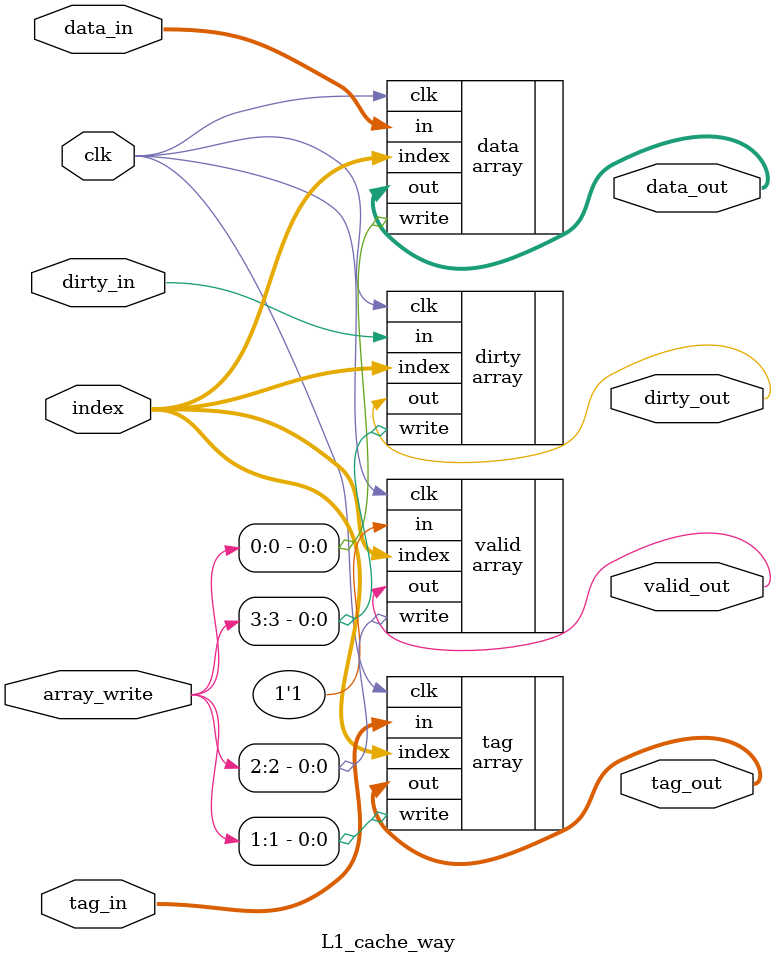
<source format=sv>
module L1_cache_way
(
		input clk, dirty_in,
		input [2:0] index,
		input [3:0] array_write,
		input [8:0] tag_in,
		input [127:0] data_in,
		
		output valid_out, dirty_out,
		output [8:0] tag_out,
		output [127:0] data_out		
);

array #(128) data
(
	.clk,
	.write(array_write[0]),
	.index,
	.in(data_in),
	.out(data_out)
);

array #(9) tag
(
	.clk,
	.write(array_write[1]),
	.index,
	.in(tag_in),
	.out(tag_out)
);

array valid
(
	.clk,
	.write(array_write[2]),
	.index,
	.in(1'b1),
	.out(valid_out)
);

array dirty
(
	.clk,
	.write(array_write[3]),
	.index,
	.in(dirty_in),
	.out(dirty_out)
);


endmodule : L1_cache_way
</source>
